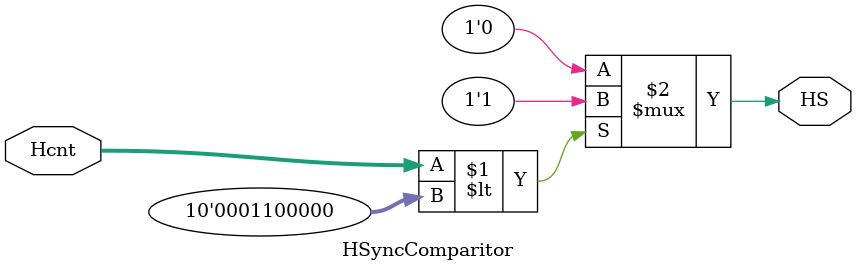
<source format=v>
`timescale 1ns / 1ps
module HSyncComparitor(
    input [9:0] Hcnt,
        output HS
    );
    
    assign HS = (Hcnt < 10'd96) ? 1'b1 : 1'b0;


endmodule

</source>
